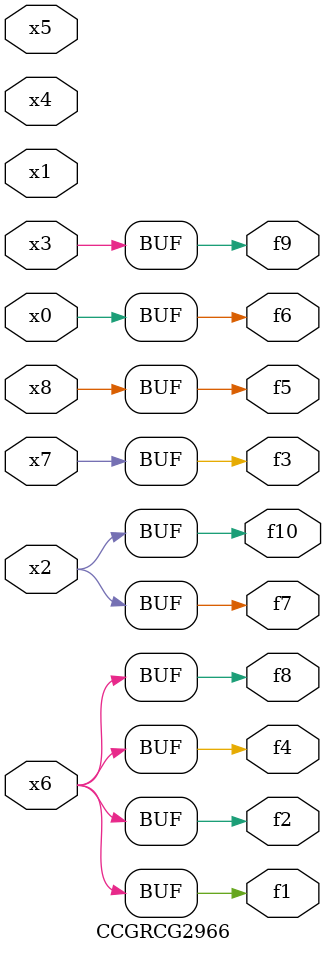
<source format=v>
module CCGRCG2966(
	input x0, x1, x2, x3, x4, x5, x6, x7, x8,
	output f1, f2, f3, f4, f5, f6, f7, f8, f9, f10
);
	assign f1 = x6;
	assign f2 = x6;
	assign f3 = x7;
	assign f4 = x6;
	assign f5 = x8;
	assign f6 = x0;
	assign f7 = x2;
	assign f8 = x6;
	assign f9 = x3;
	assign f10 = x2;
endmodule

</source>
